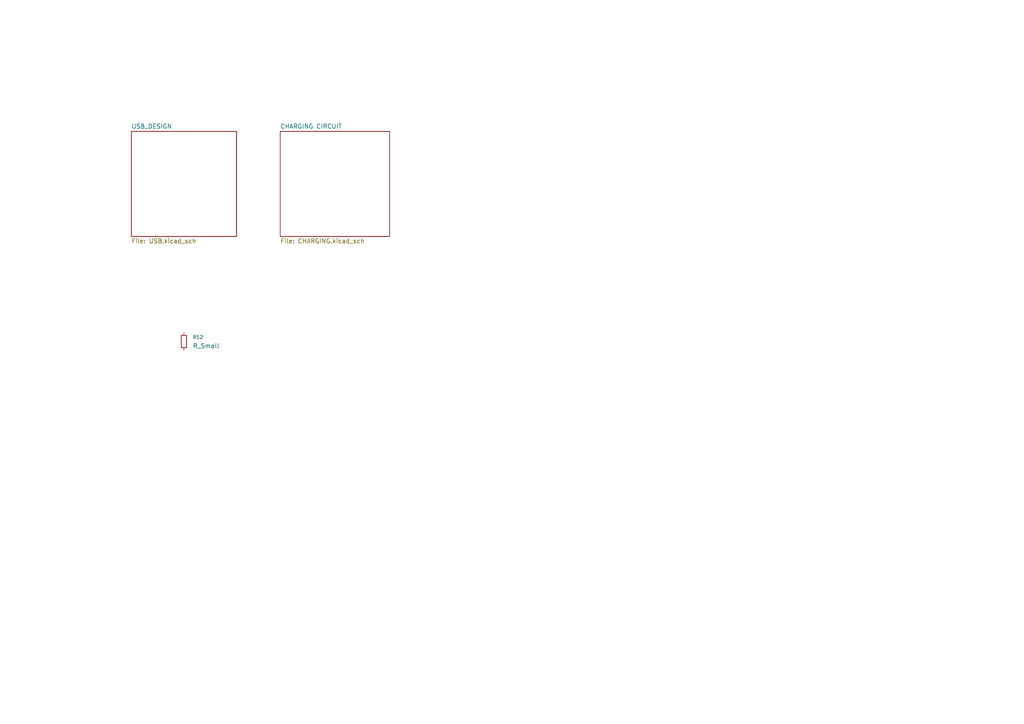
<source format=kicad_sch>
(kicad_sch (version 20250114) (generator "eeschema") (generator_version "9.0")
  (paper "A4")
  (lib_symbols
    (symbol "Device:R_Small" (pin_numbers (hide yes)) (pin_names (offset 0.254) (hide yes))
      (property "Reference" "R" (at 0 0 90))
      (property "Value" "R_Small" (at 1.778 0 90))
      (symbol "R_Small_0_1"
        (rectangle (start -0.762 1.778) (end 0.762 -1.778) (stroke (width 0.2032)))
      )
      (symbol "R_Small_1_1"
        (pin passive line (at 0 2.54 270) (length 0.762) (name "~") (number "1"))
        (pin passive line (at 0 -2.54 90) (length 0.762) (name "~") (number "2"))
      )
    )
  )
  (symbol (lib_id "Device:R_Small") (at 53.34 99.06 0) (unit 1)
    (property "Reference" "R12" (at 55.88 97.7899 0) (effects (font (size 1.016 1.016)) (justify left)))
    (property "Value" "R_Small" (at 55.88 100.3299 0) (effects (justify left)))
    (property "Description" "Resistor, small symbol" (effects (hide yes)))
  )
  (sheet (at 81.28 38.1) (size 31.75 30.48) (stroke (width 0.1524))
    (property "Sheetname" "CHARGING CIRCUIT" (at 81.28 37.3884 0) (effects (justify left bottom)))
    (property "Sheetfile" "CHARGING.kicad_sch" (at 81.28 69.1646 0) (effects (justify left top)))
  )
  (sheet (at 38.1 38.1) (size 30.48 30.48) (stroke (width 0.1524))
    (property "Sheetname" "USB_DESIGN" (at 38.1 37.3884 0) (effects (justify left bottom)))
    (property "Sheetfile" "USB.kicad_sch" (at 38.1 69.1646 0) (effects (justify left top)))
  )
)
</source>
